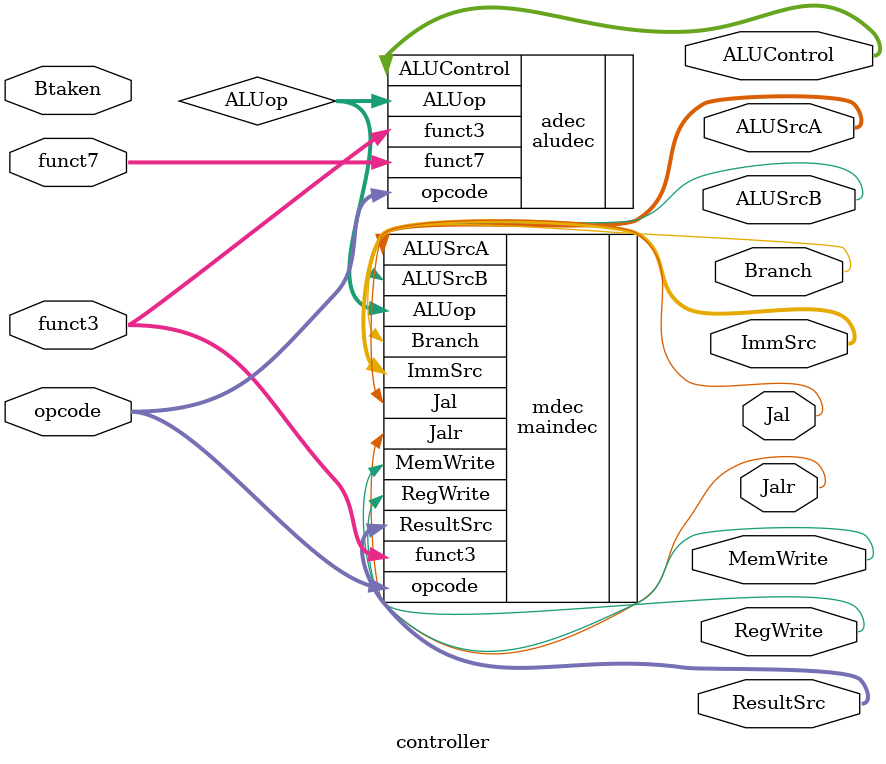
<source format=sv>
module controller(
    input [6:0] opcode,          // 명령어의 opcode 필드
    input [2:0] funct3,          // 명령어의 funct3 필드
    input [6:0] funct7,                // 명령어의 funct7 필드
    input Btaken,                // 브랜치 성공 여부
               // 메모리 쓰기 신호

    //input N_flag,
    //input Z_flag,
    //input C_flag,
    //input V_flag,
    output [1:0] ResultSrc,      // 결과 소스 제어
    output [4:0] ALUControl,      // ALU 제어 신호
    output [1:0] ALUSrcA,        // ALU A 입력 제어
    output ALUSrcB,              // ALU B 입력 제어
    output [2:0] ImmSrc,         // Immediate 소스 제어
    output RegWrite,             // 레지스터 쓰기 신호
    output Branch,               // 브랜치 신호
    output Jal,                  // JAL 명령어 신호
    output Jalr,                 // JALR 명령어 신호
    output MemWrite              // 메모리 쓰기 신호
);

    wire [1:0] ALUop;            // ALU Operation 신호 (maindec에서 제공)
    /*localparam OPC_JALR   = 7'd103;
    assign Jalr = (opcode == OPC_JALR);*/

    // maindec 인스턴스
    maindec mdec(
        .opcode(opcode),         // Opcode 입력
        .funct3(funct3),         // Funct3 입력
        //.Btaken(Btaken),         // 브랜치 성공 여부
        .Branch(Branch),         // 브랜치 신호 출력
        .Jal(Jal),               // JAL 신호 출력
        .Jalr(Jalr),             // JALR 신호 출력
        .ResultSrc(ResultSrc),   // 결과 소스 제어 신호 출력
        .MemWrite(MemWrite),     // 메모리 쓰기 신호 출력
        .ALUSrcA(ALUSrcA),       // ALU A 입력 제어 신호 출력
        .ALUSrcB(ALUSrcB),       // ALU B 입력 제어 신호 출력
        .ImmSrc(ImmSrc),         // Immediate 소스 제어 신호 출력
        .RegWrite(RegWrite),      // 레지스터 쓰기 신호 출력
        .ALUop(ALUop)
    );
    
    // aludec 인스턴스
    aludec adec(
        .opcode(opcode),         // Opcode 입력
        .funct3(funct3),         // Funct3 입력
        .funct7(funct7),         // Funct7 입력
        .ALUop(ALUop),           // ALU Operation 신호 입력
        .ALUControl(ALUControl)  // ALU 제어 신호 출력
    );

endmodule


</source>
